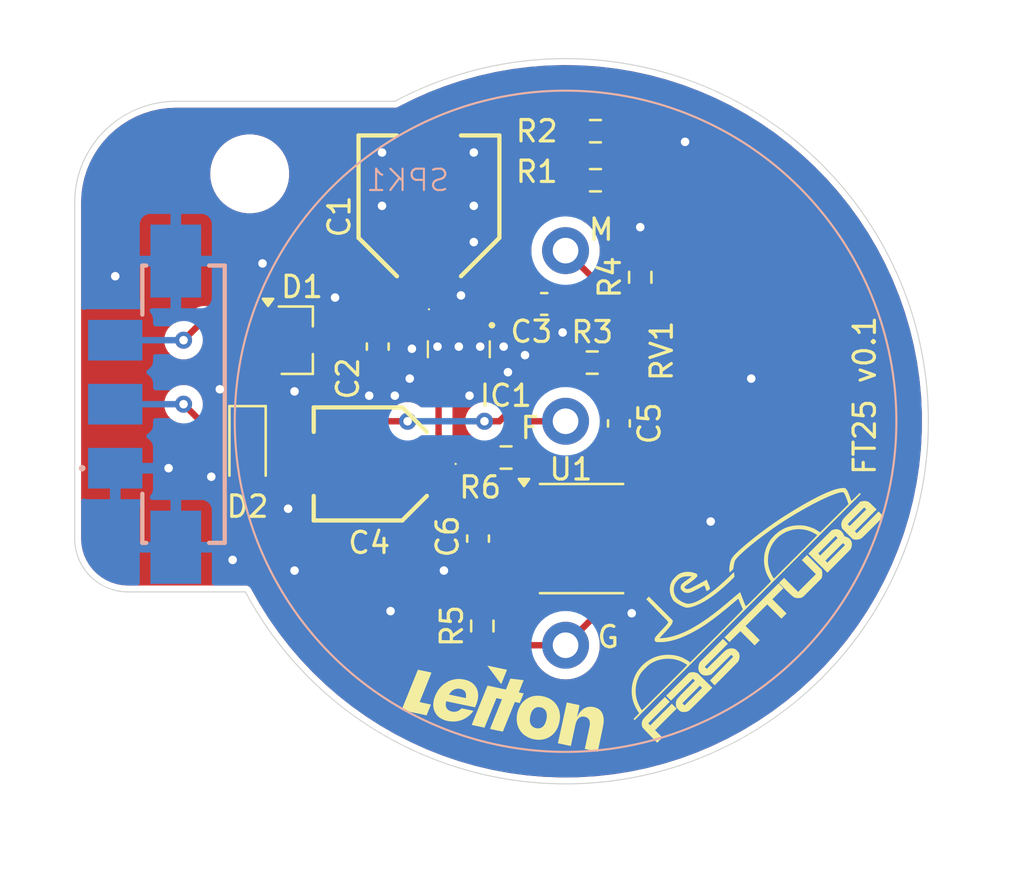
<source format=kicad_pcb>
(kicad_pcb
	(version 20240108)
	(generator "pcbnew")
	(generator_version "8.0")
	(general
		(thickness 1.6)
		(legacy_teardrops no)
	)
	(paper "A4")
	(layers
		(0 "F.Cu" signal)
		(31 "B.Cu" power)
		(32 "B.Adhes" user "B.Adhesive")
		(33 "F.Adhes" user "F.Adhesive")
		(34 "B.Paste" user)
		(35 "F.Paste" user)
		(37 "F.SilkS" user "F.Silkscreen")
		(38 "B.Mask" user)
		(39 "F.Mask" user)
		(40 "Dwgs.User" user "User.Drawings")
		(41 "Cmts.User" user "User.Comments")
		(42 "Eco1.User" user "User.Eco1")
		(43 "Eco2.User" user "User.Eco2")
		(44 "Edge.Cuts" user)
		(45 "Margin" user)
		(46 "B.CrtYd" user "B.Courtyard")
		(47 "F.CrtYd" user "F.Courtyard")
		(48 "B.Fab" user)
		(49 "F.Fab" user)
		(50 "User.1" user)
		(51 "User.2" user)
		(52 "User.3" user)
		(53 "User.4" user)
		(54 "User.5" user)
		(55 "User.6" user)
		(56 "User.7" user)
		(57 "User.8" user)
		(58 "User.9" user)
	)
	(setup
		(stackup
			(layer "F.SilkS"
				(type "Top Silk Screen")
			)
			(layer "F.Paste"
				(type "Top Solder Paste")
			)
			(layer "F.Mask"
				(type "Top Solder Mask")
				(thickness 0.01)
			)
			(layer "F.Cu"
				(type "copper")
				(thickness 0.035)
			)
			(layer "dielectric 1"
				(type "core")
				(thickness 1.51)
				(material "FR4")
				(epsilon_r 4.5)
				(loss_tangent 0.02)
			)
			(layer "B.Cu"
				(type "copper")
				(thickness 0.035)
			)
			(layer "B.Mask"
				(type "Bottom Solder Mask")
				(thickness 0.01)
			)
			(layer "B.Paste"
				(type "Bottom Solder Paste")
			)
			(layer "dielectric 2"
				(type "Bottom Silk Screen")
				(thickness 0)
				(material "FR4")
				(epsilon_r 4.5)
				(loss_tangent 0.02)
			)
			(copper_finish "None")
			(dielectric_constraints no)
		)
		(pad_to_mask_clearance 0)
		(allow_soldermask_bridges_in_footprints no)
		(pcbplotparams
			(layerselection 0x00010fc_ffffffff)
			(plot_on_all_layers_selection 0x0000000_00000000)
			(disableapertmacros no)
			(usegerberextensions no)
			(usegerberattributes yes)
			(usegerberadvancedattributes yes)
			(creategerberjobfile yes)
			(dashed_line_dash_ratio 12.000000)
			(dashed_line_gap_ratio 3.000000)
			(svgprecision 4)
			(plotframeref no)
			(viasonmask no)
			(mode 1)
			(useauxorigin no)
			(hpglpennumber 1)
			(hpglpenspeed 20)
			(hpglpendiameter 15.000000)
			(pdf_front_fp_property_popups yes)
			(pdf_back_fp_property_popups yes)
			(dxfpolygonmode yes)
			(dxfimperialunits yes)
			(dxfusepcbnewfont yes)
			(psnegative no)
			(psa4output no)
			(plotreference yes)
			(plotvalue yes)
			(plotfptext yes)
			(plotinvisibletext no)
			(sketchpadsonfab no)
			(subtractmaskfromsilk no)
			(outputformat 1)
			(mirror no)
			(drillshape 1)
			(scaleselection 1)
			(outputdirectory "")
		)
	)
	(net 0 "")
	(net 1 "VDD")
	(net 2 "GND")
	(net 3 "Net-(U1-FEED)")
	(net 4 "Net-(SPK1-M)")
	(net 5 "+24V")
	(net 6 "Net-(U1-HRNEN)")
	(net 7 "Net-(IC1-EN{slash}ADJ)")
	(net 8 "/SIG")
	(net 9 "Net-(SPK1-G)")
	(net 10 "Net-(SPK1-F)")
	(net 11 "Net-(D1-A)")
	(net 12 "unconnected-(U1-NC-Pad1)")
	(net 13 "unconnected-(U1-NC-Pad3)")
	(net 14 "Net-(R1-Pad2)")
	(footprint "Capacitor_SMD:C_0603_1608Metric_Pad1.08x0.95mm_HandSolder" (layer "F.Cu") (at 141.2 96.5 -90))
	(footprint "Capacitor_SMD:C_0603_1608Metric_Pad1.08x0.95mm_HandSolder" (layer "F.Cu") (at 145.9 105.5 90))
	(footprint "LOGO" (layer "F.Cu") (at 157.785054 107.960449 45))
	(footprint "Resistor_SMD:R_0603_1608Metric_Pad0.98x0.95mm_HandSolder" (layer "F.Cu") (at 146.1 109.6 90))
	(footprint "soundbox:06TR4FA104DPR" (layer "F.Cu") (at 159 95.5))
	(footprint "Capacitor_SMD:C_0603_1608Metric_Pad1.08x0.95mm_HandSolder" (layer "F.Cu") (at 149 94.5 180))
	(footprint "Resistor_SMD:R_0603_1608Metric_Pad0.98x0.95mm_HandSolder" (layer "F.Cu") (at 153.5 93.25 90))
	(footprint "soundbox:PG-SCT595-5" (layer "F.Cu") (at 145 96.5 180))
	(footprint "soundbox:EEE0GA101SR" (layer "F.Cu") (at 140.85 102 180))
	(footprint "Resistor_SMD:R_0603_1608Metric_Pad0.98x0.95mm_HandSolder" (layer "F.Cu") (at 147.2125 101.7))
	(footprint "Resistor_SMD:R_0603_1608Metric_Pad0.98x0.95mm_HandSolder" (layer "F.Cu") (at 151.4 88.7))
	(footprint "Package_TO_SOT_SMD:SOT-23_Handsoldering" (layer "F.Cu") (at 137.4 96.2))
	(footprint "soundbox:LeitOn_small_wo_sq" (layer "F.Cu") (at 147.2 113.1 -12))
	(footprint "Package_SO:SOIC-8_3.9x4.9mm_P1.27mm" (layer "F.Cu") (at 150.75 105.5))
	(footprint "soundbox:EEE1AA101SP" (layer "F.Cu") (at 143.6 89.9 90))
	(footprint "Resistor_SMD:R_0603_1608Metric_Pad0.98x0.95mm_HandSolder" (layer "F.Cu") (at 151.25 97.25))
	(footprint "Capacitor_SMD:C_0603_1608Metric_Pad1.08x0.95mm_HandSolder" (layer "F.Cu") (at 152.5 100.1 -90))
	(footprint "Diode_SMD:D_SOD-323_HandSoldering" (layer "F.Cu") (at 135.1 101.3 -90))
	(footprint "MountingHole:MountingHole_3.2mm_M3_DIN965" (layer "F.Cu") (at 135.2 88.4))
	(footprint "Resistor_SMD:R_0603_1608Metric_Pad0.98x0.95mm_HandSolder" (layer "F.Cu") (at 151.4 86.4))
	(footprint "soundbox:TE Micro-Mate-N-Lok 1x03" (layer "B.Cu") (at 132.1 99.2 -90))
	(footprint "soundbox:CPT-3016-105T" (layer "B.Cu") (at 150 100 180))
	(gr_arc
		(start 127 89.75)
		(mid 128.391243 86.391243)
		(end 131.75 85)
		(stroke
			(width 0.05)
			(type default)
		)
		(layer "Edge.Cuts")
		(uuid "0c9499f7-3257-4d1a-ab45-d3dea9659961")
	)
	(gr_line
		(start 131.75 85)
		(end 142 85)
		(stroke
			(width 0.05)
			(type default)
		)
		(layer "Edge.Cuts")
		(uuid "145b8ce2-1cdf-402f-8341-2813b341aab6")
	)
	(gr_line
		(start 127 89.75)
		(end 127 105.5)
		(stroke
			(width 0.05)
			(type default)
		)
		(layer "Edge.Cuts")
		(uuid "5702bfe5-fa35-42f9-b66d-dc1faf38af9f")
	)
	(gr_line
		(start 129.5 108)
		(end 135 108)
		(stroke
			(width 0.05)
			(type default)
		)
		(layer "Edge.Cuts")
		(uuid "7ce022d5-3481-46fd-850f-fa99ac5c91eb")
	)
	(gr_arc
		(start 142 85)
		(mid 166.263456 104.949746)
		(end 135.000001 108.000003)
		(stroke
			(width 0.05)
			(type default)
		)
		(layer "Edge.Cuts")
		(uuid "8a2c619c-8626-4af2-8c59-1422d0ba61b9")
	)
	(gr_arc
		(start 129.5 108)
		(mid 127.732233 107.267767)
		(end 127 105.5)
		(stroke
			(width 0.05)
			(type default)
		)
		(layer "Edge.Cuts")
		(uuid "e1634623-b024-4caa-9d4d-69a765686d49")
	)
	(gr_rect
		(start 127 83)
		(end 167 117)
		(stroke
			(width 0.01)
			(type default)
		)
		(fill none)
		(layer "User.1")
		(uuid "39b0a146-c4d4-4256-ae48-acf0ec4d99bd")
	)
	(gr_text "FT25 v0.1"
		(at 164.6 102.6 90)
		(layer "F.SilkS")
		(uuid "0568cae2-bee3-4247-bec4-4aec8861298f")
		(effects
			(font
				(size 1 1)
				(thickness 0.15)
			)
			(justify left bottom)
		)
	)
	(segment
		(start 144.05 100.6)
		(end 144.05 101.8)
		(width 0.3)
		(layer "F.Cu")
		(net 1)
		(uuid "0200de1e-f1d3-475e-904f-1ae67260540b")
	)
	(segment
		(start 144.05 103.45)
		(end 144.05 102.35)
		(width 0.3)
		(layer "F.Cu")
		(net 1)
		(uuid "0bc4b59f-3030-465f-99e6-8a96f1d37eff")
	)
	(segment
		(start 148.275 104.865)
		(end 146.1275 104.865)
		(width 0.3)
		(layer "F.Cu")
		(net 1)
		(uuid "4fcf3739-2429-46db-a6eb-520af12c0900")
	)
	(segment
		(start 144 97.75)
		(end 144.05 97.7)
		(width 0.3)
		(layer "F.Cu")
		(net 1)
		(uuid "b57598a9-8b18-4e03-89c1-05fa95734452")
	)
	(segment
		(start 144.05 97.7)
		(end 144.05 100.6)
		(width 0.3)
		(layer "F.Cu")
		(net 1)
		(uuid "b5e77050-d7d3-4d83-9482-2923ce921046")
	)
	(segment
		(start 142.85 101.8)
		(end 144.05 101.8)
		(width 0.3)
		(layer "F.Cu")
		(net 1)
		(uuid "b743f3e9-4660-4641-8a39-1aa2c34a7ec6")
	)
	(segment
		(start 144.05 102.35)
		(end 143.7 102)
		(width 0.3)
		(layer "F.Cu")
		(net 1)
		(uuid "c5bb5a80-74ea-46d0-bfec-228c952e0dc7")
	)
	(segment
		(start 145.9 104.6375)
		(end 145.2375 104.6375)
		(width 0.3)
		(layer "F.Cu")
		(net 1)
		(uuid "cd55c0ae-b94b-4f6e-88d8-0819b3376a66")
	)
	(segment
		(start 145.2375 104.6375)
		(end 144.05 103.45)
		(width 0.3)
		(layer "F.Cu")
		(net 1)
		(uuid "ea5494ea-c94c-4637-880a-57b8847c4db0")
	)
	(segment
		(start 146.1275 104.865)
		(end 145.9 104.6375)
		(width 0.3)
		(layer "F.Cu")
		(net 1)
		(uuid "f2ef52aa-2e6f-4866-8b2f-5ded5050ff85")
	)
	(segment
		(start 149.8625 95.8375)
		(end 149.8625 94.5)
		(width 0.3)
		(layer "F.Cu")
		(net 2)
		(uuid "71920597-7374-42a3-8e56-7b58da0dcf27")
	)
	(segment
		(start 144.9375 106.3625)
		(end 145.9 106.3625)
		(width 0.3)
		(layer "F.Cu")
		(net 2)
		(uuid "94618711-fb25-45c9-ba6d-6bf0757c171e")
	)
	(segment
		(start 144.3 107)
		(end 144.9375 106.3625)
		(width 0.3)
		(layer "F.Cu")
		(net 2)
		(uuid "de745790-ac23-4005-8032-b29fb642955f")
	)
	(via
		(at 155.6 86.9)
		(size 0.8)
		(drill 0.4)
		(layers "F.Cu" "B.Cu")
		(free yes)
		(net 2)
		(uuid "06a1a750-8536-4cf8-9192-35bc867304a9")
	)
	(via
		(at 145.7 91.6)
		(size 0.8)
		(drill 0.4)
		(layers "F.Cu" "B.Cu")
		(free yes)
		(net 2)
		(uuid "0db306fa-f0a3-4a00-87b1-7ed6fd918b81")
	)
	(via
		(at 140.8 98.8)
		(size 0.8)
		(drill 0.4)
		(layers "F.Cu" "B.Cu")
		(free yes)
		(net 2)
		(uuid "11677aed-5d35-4c15-8c41-230ac25975ee")
	)
	(via
		(at 142 98.8)
		(size 0.8)
		(drill 0.4)
		(layers "F.Cu" "B.Cu")
		(free yes)
		(net 2)
		(uuid "1634c358-6587-4d9e-a4c2-90a5ab1faafd")
	)
	(via
		(at 147.3 97.7)
		(size 0.8)
		(drill 0.4)
		(layers "F.Cu" "B.Cu")
		(free yes)
		(net 2)
		(uuid "1a418d52-d221-44b1-ad1d-91e97992ecb3")
	)
	(via
		(at 135.8 92.6)
		(size 0.8)
		(drill 0.4)
		(layers "F.Cu" "B.Cu")
		(free yes)
		(net 2)
		(uuid "1ae7c5ac-d660-4ab3-b3fa-65cf1c02d49f")
	)
	(via
		(at 141.4 87.4)
		(size 0.8)
		(drill 0.4)
		(layers "F.Cu" "B.Cu")
		(free yes)
		(net 2)
		(uuid "242c131a-7b58-4e7b-a56b-1eff90940cb4")
	)
	(via
		(at 142.7 98)
		(size 0.8)
		(drill 0.4)
		(layers "F.Cu" "B.Cu")
		(free yes)
		(net 2)
		(uuid "25345f8f-538d-46a3-b8d8-5a868b8a4bca")
	)
	(via
		(at 144.3 107)
		(size 0.8)
		(drill 0.4)
		(layers "F.Cu" "B.Cu")
		(net 2)
		(uuid "2a82b6e4-3e60-41fd-bd5d-f6a27f31de3c")
	)
	(via
		(at 134.4 106.5)
		(size 0.8)
		(drill 0.4)
		(layers "F.Cu" "B.Cu")
		(free yes)
		(net 2)
		(uuid "40f43ec0-ad56-49ad-9da1-70b7a7e2a5b3")
	)
	(via
		(at 153.5 90.9)
		(size 0.8)
		(drill 0.4)
		(layers "F.Cu" "B.Cu")
		(free yes)
		(net 2)
		(uuid "59e64dbd-0451-436f-844e-4c0d273598ba")
	)
	(via
		(at 148.1 96.9)
		(size 0.8)
		(drill 0.4)
		(layers "F.Cu" "B.Cu")
		(free yes)
		(net 2)
		(uuid "69cbc453-a834-432c-a06f-6af5e0115401")
	)
	(via
		(at 145 96.5)
		(size 0.8)
		(drill 0.4)
		(layers "F.Cu" "B.Cu")
		(free yes)
		(net 2)
		(uuid "6a66460c-c4ed-4cbb-ad75-8721cfb01e79")
	)
	(via
		(at 153.1 109)
		(size 0.8)
		(drill 0.4)
		(layers "F.Cu" "B.Cu")
		(free yes)
		(net 2)
		(uuid "7fa75b93-3a54-4ab9-823b-8664220d8fc0")
	)
	(via
		(at 137 104.1)
		(size 0.8)
		(drill 0.4)
		(layers "F.Cu" "B.Cu")
		(free yes)
		(net 2)
		(uuid "83ee66e4-35b7-421f-bd51-e9232ebc2f9c")
	)
	(via
		(at 145.7 87.4)
		(size 0.8)
		(drill 0.4)
		(layers "F.Cu" "B.Cu")
		(free yes)
		(net 2)
		(uuid "87ee8f62-5586-4ec4-bf64-4d8e7f4f3c00")
	)
	(via
		(at 142.8 96.6)
		(size 0.8)
		(drill 0.4)
		(layers "F.Cu" "B.Cu")
		(free yes)
		(net 2)
		(uuid "88f446c1-03c1-4aaf-8c6d-a532e3fea711")
	)
	(via
		(at 133.4 102.6)
		(size 0.8)
		(drill 0.4)
		(layers "F.Cu" "B.Cu")
		(free yes)
		(net 2)
		(uuid "92246a78-6004-4e5e-8693-ea3615729c12")
	)
	(via
		(at 131.4 102.2)
		(size 0.8)
		(drill 0.4)
		(layers "F.Cu" "B.Cu")
		(free yes)
		(net 2)
		(uuid "94bb3951-fb1a-46ff-acb9-ecec1cf0b654")
	)
	(via
		(at 139.2 94.2)
		(size 0.8)
		(drill 0.4)
		(layers "F.Cu" "B.Cu")
		(free yes)
		(net 2)
		(uuid "992c7461-a546-414a-83a3-be9358a4ffe2")
	)
	(via
		(at 145.7 89.9)
		(size 0.8)
		(drill 0.4)
		(layers "F.Cu" "B.Cu")
		(free yes)
		(net 2)
		(uuid "afb24003-5dc5-4adf-9efe-5e0f83e92297")
	)
	(via
		(at 145.1 94.1)
		(size 0.8)
		(drill 0.4)
		(layers "F.Cu" "B.Cu")
		(free yes)
		(net 2)
		(uuid "b57f5c0c-c97f-4e02-83ff-2ef698d42b64")
	)
	(via
		(at 145.5 98.8)
		(size 0.8)
		(drill 0.4)
		(layers "F.Cu" "B.Cu")
		(free yes)
		(net 2)
		(uuid "b5ab2b73-4634-4e0e-855d-42a626e2a677")
	)
	(via
		(at 158.7 98)
		(size 0.8)
		(drill 0.4)
		(layers "F.Cu" "B.Cu")
		(free yes)
		(net 2)
		(uuid "b76a2fc2-0f04-4ac7-8040-3c68efea3aaa")
	)
	(via
		(at 137.3 107)
		(size 0.8)
		(drill 0.4)
		(layers "F.Cu" "B.Cu")
		(free yes)
		(net 2)
		(uuid "b84a5bb6-38b6-489a-88d5-f98f5bcf4f0a")
	)
	(via
		(at 128.9 93.2)
		(size 0.8)
		(drill 0.4)
		(layers "F.Cu" "B.Cu")
		(free yes)
		(net 2)
		(uuid "c6f53ace-18f2-4464-867c-521c9da61925")
	)
	(via
		(at 141.4 89.9)
		(size 0.8)
		(drill 0.4)
		(layers "F.Cu" "B.Cu")
		(free yes)
		(net 2)
		(uuid "ce35d305-acce-470c-a782-1e723ff90853")
	)
	(via
		(at 146 96.5)
		(size 0.8)
		(drill 0.4)
		(layers "F.Cu" "B.Cu")
		(free yes)
		(net 2)
		(uuid "ce89bd32-5eb5-4729-8660-e03d2d9f2e18")
	)
	(via
		(at 147.1 96.5)
		(size 0.8)
		(drill 0.4)
		(layers "F.Cu" "B.Cu")
		(free yes)
		(net 2)
		(uuid "d6efebd2-3405-41b1-bc0d-84897ffc75fb")
	)
	(via
		(at 149.8625 95.8375)
		(size 0.8)
		(drill 0.4)
		(layers "F.Cu" "B.Cu")
		(free yes)
		(net 2)
		(uuid "d8f12fb1-bcf4-4713-a92c-8cd19cfe334a")
	)
	(via
		(at 156.8 104.7)
		(size 0.8)
		(drill 0.4)
		(layers "F.Cu" "B.Cu")
		(free yes)
		(net 2)
		(uuid "db890ffb-38c3-4b56-bb01-106cd42901c5")
	)
	(via
		(at 144 96.5)
		(size 0.8)
		(drill 0.4)
		(layers "F.Cu" "B.Cu")
		(free yes)
		(net 2)
		(uuid "dcf1182a-9346-40f1-9a54-d1175b80aebf")
	)
	(via
		(at 141.8 108.9)
		(size 0.8)
		(drill 0.4)
		(layers "F.Cu" "B.Cu")
		(free yes)
		(net 2)
		(uuid "dee0939a-5e0d-4315-a470-5bde3c7fcd15")
	)
	(via
		(at 133.8 98.5)
		(size 0.8)
		(drill 0.4)
		(layers "F.Cu" "B.Cu")
		(free yes)
		(net 2)
		(uuid "e8553ab2-d140-422f-8e37-c9cd37b98698")
	)
	(via
		(at 137.3 98.6)
		(size 0.8)
		(drill 0.4)
		(layers "F.Cu" "B.Cu")
		(free yes)
		(net 2)
		(uuid "ecf13844-64d3-4d09-826f-01f2a3714814")
	)
	(segment
		(start 149.9 106.9)
		(end 149.395 107.405)
		(width 0.3)
		(layer "F.Cu")
		(net 3)
		(uuid "072347fb-8a85-4b8b-9cdd-570becb73639")
	)
	(segment
		(start 149.7 103)
		(end 150.1 103)
		(width 0.3)
		(layer "F.Cu")
		(net 3)
		(uuid "11e8214e-b373-43c8-ae68-38b5e3213818")
	)
	(segment
		(start 152.1375 100.9625)
		(end 152.5 100.9625)
		(width 0.3)
		(layer "F.Cu")
		(net 3)
		(uuid "25f2b0a8-c502-408e-8164-4ce47b492466")
	)
	(segment
		(start 149.9 103.2)
		(end 150.1 103)
		(width 0.3)
		(layer "F.Cu")
		(net 3)
		(uuid "30c377f0-684f-4468-bc59-12db9983da53")
	)
	(segment
		(start 148.125 101.7)
		(end 148.4 101.7)
		(width 0.3)
		(layer "F.Cu")
		(net 3)
		(uuid "68a5e2c6-7d6d-4572-b044-716560f93b78")
	)
	(segment
		(start 149.395 107.405)
		(end 148.275 107.405)
		(width 0.3)
		(layer "F.Cu")
		(net 3)
		(uuid "743d24b5-976d-4645-9863-8a0ee42aafcc")
	)
	(segment
		(start 149.7 103)
		(end 149.9 103.2)
		(width 0.3)
		(layer "F.Cu")
		(net 3)
		(uuid "78005be2-efb6-4035-8dcc-eb81a73eb354")
	)
	(segment
		(start 150.1 103)
		(end 152.1375 100.9625)
		(width 0.3)
		(layer "F.Cu")
		(net 3)
		(uuid "8781c6ea-0942-46f3-9027-bf40e47d732e")
	)
	(segment
		(start 148.4 101.7)
		(end 149.7 103)
		(width 0.3)
		(layer "F.Cu")
		(net 3)
		(uuid "b404ab0a-8eff-45cf-aa85-93b0c45359af")
	)
	(segment
		(start 148.275 107.405)
		(end 146.695 107.405)
		(width 0.3)
		(layer "F.Cu")
		(net 3)
		(uuid "b7f262e9-2b47-4bf3-b8ee-027a7b5af4f2")
	)
	(segment
		(start 146.1 108)
		(end 146.1 108.6875)
		(width 0.3)
		(layer "F.Cu")
		(net 3)
		(uuid "c9351f02-0ad6-4a13-8880-e8a5264c1232")
	)
	(segment
		(start 149.9 103.2)
		(end 149.9 106.9)
		(width 0.3)
		(layer "F.Cu")
		(net 3)
		(uuid "cb404238-cfe4-4c89-80e5-10dbaa60b65d")
	)
	(segment
		(start 146.695 107.405)
		(end 146.1 108)
		(width 0.3)
		(layer "F.Cu")
		(net 3)
		(uuid "dfaba7fd-470f-4ac3-a265-6437310b768d")
	)
	(segment
		(start 152.4375 99.2375)
		(end 151.25 98.05)
		(width 0.3)
		(layer "F.Cu")
		(net 4)
		(uuid "16673ef8-2781-4e29-9ce0-ce8e17a8506f")
	)
	(segment
		(start 151.8 103.2)
		(end 153.4 101.6)
		(width 0.3)
		(layer "F.Cu")
		(net 4)
		(uuid "3da75233-b6b6-4c1f-b236-e40923ca1e21")
	)
	(segment
		(start 151.25 93.25)
		(end 150 92)
		(width 0.3)
		(layer "F.Cu")
		(net 4)
		(uuid "65a1f3a9-a9a4-4ebb-ac3b-643abefa83e6")
	)
	(segment
		(start 153.225 104.865)
		(end 152.365 104.865)
		(width 0.3)
		(layer "F.Cu")
		(net 4)
		(uuid "70d18280-a1a2-4a91-932e-2683647e553b")
	)
	(segment
		(start 151.8 104.3)
		(end 151.8 103.2)
		(width 0.3)
		(layer "F.Cu")
		(net 4)
		(uuid "93c204e2-e82a-439a-8e55-cfd5c3a86dd5")
	)
	(segment
		(start 153.4 100.1375)
		(end 152.5 99.2375)
		(width 0.3)
		(layer "F.Cu")
		(net 4)
		(uuid "9d75660a-4465-4fd8-b749-fa8c264b29dc")
	)
	(segment
		(start 152.5 99.2375)
		(end 152.4375 99.2375)
		(width 0.3)
		(layer "F.Cu")
		(net 4)
		(uuid "a6446cac-3f7e-47c6-8ffe-f93642c45dd3")
	)
	(segment
		(start 153.4 101.6)
		(end 153.4 100.1375)
		(width 0.3)
		(layer "F.Cu")
		(net 4)
		(uuid "d29ca72d-fd75-4e63-a9ef-bb7bfd16a48c")
	)
	(segment
		(start 151.25 98.05)
		(end 151.25 93.25)
		(width 0.3)
		(layer "F.Cu")
		(net 4)
		(uuid "f5fbbc68-e833-4c48-80bb-defc46a5cc2a")
	)
	(segment
		(start 152.365 104.865)
		(end 151.8 104.3)
		(width 0.3)
		(layer "F.Cu")
		(net 4)
		(uuid "fda7703d-c832-413a-bf81-807f5eea4c8c")
	)
	(segment
		(start 147.7 92)
		(end 147.7 91)
		(width 0.3)
		(layer "F.Cu")
		(net 5)
		(uuid "1714de18-f19e-4a1d-9fcb-abbc4390ca85")
	)
	(segment
		(start 141.5875 95.25)
		(end 144 95.25)
		(width 0.3)
		(layer "F.Cu")
		(net 5)
		(uuid "3cdd5ae0-fe74-40b7-91eb-253b46d6524f")
	)
	(segment
		(start 143.6 94.4)
		(end 144.05 94.85)
		(width 0.3)
		(layer "F.Cu")
		(net 5)
		(uuid "5cfb3353-0791-41e6-bccb-971103ac1a26")
	)
	(segment
		(start 144.05 94.85)
		(end 144.05 95.3)
		(width 0.3)
		(layer "F.Cu")
		(net 5)
		(uuid "621ce208-3109-48a3-945d-31c8a7be375d")
	)
	(segment
		(start 140.1125 95.6375)
		(end 141.2 95.6375)
		(width 0.3)
		(layer "F.Cu")
		(net 5)
		(uuid "741a27be-6162-47b2-ad04-96fb7ac0b279")
	)
	(segment
		(start 144.3 93.1)
		(end 146.6 93.1)
		(width 0.3)
		(layer "F.Cu")
		(net 5)
		(uuid "7d813ea8-5ed9-49a4-98e1-c2993e25371a")
	)
	(segment
		(start 150 88.7)
		(end 150.4875 88.7)
		(width 0.3)
		(layer "F.Cu")
		(net 5)
		(uuid "91449544-3d85-43bf-892d-142f30243a74")
	)
	(segment
		(start 146.6 93.1)
		(end 147.7 92)
		(width 0.3)
		(layer "F.Cu")
		(net 5)
		(uuid "a21a02bd-2759-401c-b257-6fddf78b91b4")
	)
	(segment
		(start 147.7 91)
		(end 150 88.7)
		(width 0.3)
		(layer "F.Cu")
		(net 5)
		(uuid "b0d0a533-03d1-4d10-9c9d-275a057f1864")
	)
	(segment
		(start 138.9 96.2)
		(end 139.55 96.2)
		(width 0.3)
		(layer "F.Cu")
		(net 5)
		(uuid "bd107eda-4f5e-4951-931b-0b65bc3ea725")
	)
	(segment
		(start 143.6 92.4)
		(end 144.3 93.1)
		(width 0.3)
		(layer "F.Cu")
		(net 5)
		(uuid "bdbf9fa0-e6ce-431f-be19-940864357b67")
	)
	(segment
		(start 141.2 95.6375)
		(end 141.5875 95.25)
		(width 0.3)
		(layer "F.Cu")
		(net 5)
		(uuid "c70a6765-40cc-46c1-a2d9-b3050acd3216")
	)
	(segment
		(start 139.55 96.2)
		(end 140.1125 95.6375)
		(width 0.3)
		(layer "F.Cu")
		(net 5)
		(uuid "e1a2c8d8-ddc3-4812-a16f-2c720999d104")
	)
	(segment
		(start 143.6 92.4)
		(end 143.6 94.4)
		(width 0.3)
		(layer "F.Cu")
		(net 5)
		(uuid "e50a271d-fbd0-4824-a5eb-2812063731a2")
	)
	(segment
		(start 150.4875 86.4)
		(end 150.4875 88.7)
		(width 0.3)
		(layer "F.Cu")
		(net 5)
		(uuid "e74d25ae-28d4-40ff-aaa6-db74846f4d2c")
	)
	(segment
		(start 152.1625 97.25)
		(end 154 99.0875)
		(width 0.3)
		(layer "F.Cu")
		(net 6)
		(uuid "3373c322-f050-48d0-bec9-783b14de9a20")
	)
	(segment
		(start 152.1625 97.25)
		(end 152.25 97.25)
		(width 0.3)
		(layer "F.Cu")
		(net 6)
		(uuid "52311879-8ed6-466b-bba9-44d036750aed")
	)
	(segment
		(start 154 102.82)
		(end 153.225 103.595)
		(width 0.3)
		(layer "F.Cu")
		(net 6)
		(uuid "5c9a70c6-3c37-4136-aee2-631c370f708c")
	)
	(segment
		(start 154 99.0875)
		(end 154 102.82)
		(width 0.3)
		(layer "F.Cu")
		(net 6)
		(uuid "e057f958-100b-4a61-bfb9-9d5cd19452f3")
	)
	(segment
		(start 153.5 96)
		(end 153.5 94.1625)
		(width 0.3)
		(layer "F.Cu")
		(net 6)
		(uuid "ef8cfd81-6cb9-4d71-b3bf-0610e509a439")
	)
	(segment
		(start 152.25 97.25)
		(end 153.5 96)
		(width 0.3)
		(layer "F.Cu")
		(net 6)
		(uuid "fa2f396c-09cf-4795-881a-85a4b4ae0039")
	)
	(segment
		(start 159 91.225)
		(end 157.525 89.75)
		(width 0.3)
		(layer "F.Cu")
		(net 7)
		(uuid "10e80ff1-24c9-4e99-a6ae-40c6b4da76d7")
	)
	(segment
		(start 145.95 95.3)
		(end 147.425 93.825)
		(width 0.3)
		(layer "F.Cu")
		(net 7)
		(uuid "69f64f3f-7002-47e9-8d79-e5b3fa90185e")
	)
	(segment
		(start 148.25 93)
		(end 147.425 93.825)
		(width 0.3)
		(layer "F.Cu")
		(net 7)
		(uuid "71a75b59-ac82-42df-ab4d-24534136247c")
	)
	(segment
		(start 149.75 89.75)
		(end 148.25 91.25)
		(width 0.3)
		(layer "F.Cu")
		(net 7)
		(uuid "7c187c0d-5463-49e4-b302-7e6b907a001c")
	)
	(segment
		(start 157.525 89.75)
		(end 149.75 89.75)
		(width 0.3)
		(layer "F.Cu")
		(net 7)
		(uuid "8caf3322-20bd-4792-87d4-2ac4b6e61f44")
	)
	(segment
		(start 148.1375 94.5)
		(end 148.1 94.5)
		(width 0.3)
		(layer "F.Cu")
		(net 7)
		(uuid "c7a1fbfd-de61-4daa-8cec-99339a910f45")
	)
	(segment
		(start 148.1 94.5)
		(end 147.425 93.825)
		(width 0.3)
		(layer "F.Cu")
		(net 7)
		(uuid "fb5c3ebe-ae4a-47c1-bc91-695929b1d538")
	)
	(segment
		(start 148.25 91.25)
		(end 148.25 93)
		(width 0.3)
		(layer "F.Cu")
		(net 7)
		(uuid "fd5ccc6b-1f50-4929-b1e8-f7fa3b79e0ff")
	)
	(segment
		(start 149.65 97.25)
		(end 150.3375 97.25)
		(width 0.3)
		(layer "F.Cu")
		(net 8)
		(uuid "49712491-cc98-417d-9fd7-6bea8419dd0f")
	)
	(segment
		(start 146.2 100)
		(end 146.9 100)
		(width 0.3)
		(layer "F.Cu")
		(net 8)
		(uuid "527f361a-886e-4d3e-b2f8-d2e7b77728ba")
	)
	(segment
		(start 132.9 100)
		(end 132.1 99.2)
		(width 0.3)
		(layer "F.Cu")
		(net 8)
		(uuid "5baef98e-5189-4eb0-8387-1bdec159583f")
	)
	(segment
		(start 142.6 100)
		(end 132.9 100)
		(width 0.3)
		(layer "F.Cu")
		(net 8)
		(uuid "c74e87f2-4beb-42a2-8bce-759a3bbe4814")
	)
	(segment
		(start 146.9 100)
		(end 149.65 97.25)
		(width 0.3)
		(layer "F.Cu")
		(net 8)
		(uuid "eab867c7-f470-4870-8085-66ac175dac89")
	)
	(via
		(at 146.2 100)
		(size 0.8)
		(drill 0.4)
		(layers "F.Cu" "B.Cu")
		(net 8)
		(uuid "3e77b714-44f3-4163-8c08-87f52830b850")
	)
	(via
		(at 142.6 100)
		(size 0.8)
		(drill 0.4)
		(layers "F.Cu" "B.Cu")
		(net 8)
		(uuid "5281ce56-3ddb-4cc6-af00-7d45d7765312")
	)
	(via
		(at 132.1 99.2)
		(size 0.8)
		(drill 0.4)
		(layers "F.Cu" "B.Cu")
		(net 8)
		(uuid "b37c375d-dd82-4e8f-af80-140a5bedd833")
	)
	(segment
		(start 132.1 99.2)
		(end 128.9 99.2)
		(width 0.3)
		(layer "B.Cu")
		(net 8)
		(uuid "550c766a-656c-4f02-959e-6002256314dc")
	)
	(segment
		(start 142.6 100)
		(end 146.2 100)
		(width 0.3)
		(layer "B.Cu")
		(net 8)
		(uuid "7f30ac41-d40b-4057-b41b-f5859121de8d")
	)
	(segment
		(start 146.1 110.5125)
		(end 146.1125 110.5)
		(width 0.3)
		(layer "F.Cu")
		(net 9)
		(uuid "0985b6fd-d180-4fc5-bce9-3d6204322516")
	)
	(segment
		(start 150 110.5)
		(end 151.3 109.2)
		(width 0.3)
		(layer "F.Cu")
		(net 9)
		(uuid "29833cd4-ae84-47c3-a086-4dfcd0ca3a64")
	)
	(segment
		(start 146.1125 110.5)
		(end 150 110.5)
		(width 0.3)
		(layer "F.Cu")
		(net 9)
		(uuid "924cc875-b40f-4c52-9192-86ac241c9175")
	)
	(segment
		(start 151.965 106.135)
		(end 153.225 106.135)
		(width 0.3)
		(layer "F.Cu")
		(net 9)
		(uuid "d32f4e74-f404-477c-91c6-11336f273e81")
	)
	(segment
		(start 151.3 109.2)
		(end 151.3 106.8)
		(width 0.3)
		(layer "F.Cu")
		(net 9)
		(uuid "e4c7c31e-d0bc-4d47-b7ae-acbdc347fd7a")
	)
	(segment
		(start 151.3 106.8)
		(end 151.965 106.135)
		(width 0.3)
		(layer "F.Cu")
		(net 9)
		(uuid "e78a7e10-98f9-4831-bed7-9f8aafb304a1")
	)
	(segment
		(start 148 100)
		(end 150 100)
		(width 0.3)
		(layer "F.Cu")
		(net 10)
		(uuid "3742acb2-820e-4999-be63-afbe5ee5925a")
	)
	(segment
		(start 146.3 101.7)
		(end 148 100)
		(width 0.3)
		(layer "F.Cu")
		(net 10)
		(uuid "85bef4ca-4201-41d1-8bbe-9a35f0aa61c3")
	)
	(segment
		(start 133.05 95.25)
		(end 132.1 96.2)
		(width 0.3)
		(layer "F.Cu")
		(net 11)
		(uuid "c05adb94-fcf2-46f2-9995-128d27f8e65d")
	)
	(segment
		(start 135.9 95.25)
		(end 133.05 95.25)
		(width 0.3)
		(layer "F.Cu")
		(net 11)
		(uuid "f2a95a8c-f339-4b8b-9434-a14fdffa8c9d")
	)
	(via
		(at 132.1 96.2)
		(size 0.8)
		(drill 0.4)
		(layers "F.Cu" "B.Cu")
		(net 11)
		(uuid "ec99fa40-5d9d-41a8-9fe6-5b497feb807a")
	)
	(segment
		(start 132.1 96.2)
		(end 128.9 96.2)
		(width 0.3)
		(layer "B.Cu")
		(net 11)
		(uuid "84b5106d-4355-40eb-8239-1ba06ac7f42a")
	)
	(segment
		(start 161.15 100.425)
		(end 161.15 89.95)
		(width 0.3)
		(layer "F.Cu")
		(net 14)
		(uuid "26979417-b786-4be8-984f-7d0738cdff24")
	)
	(segment
		(start 161.15 89.95)
		(end 159.9 88.7)
		(width 0.3)
		(layer "F.Cu")
		(net 14)
		(uuid "7718b055-c971-4cec-ab44-672e9f6976fc")
	)
	(segment
		(start 159.9 88.7)
		(end 152.3125 88.7)
		(width 0.3)
		(layer "F.Cu")
		(net 14)
		(uuid "8f63e3d9-dbb7-40be-853d-4d064e73fe36")
	)
	(segment
		(start 152.3125 86.4)
		(end 152.3125 88.7)
		(width 0.3)
		(layer "F.Cu")
		(net 14)
		(uuid "d1f80375-c994-4ac9-a326-cf0882761c94")
	)
	(zone
		(net 2)
		(net_name "GND")
		(layers "F&B.Cu")
		(uuid "f9e29ff1-ed6b-4444-a671-19fb7397cf29")
		(hatch edge 0.5)
		(connect_pads
			(clearance 0.5)
		)
		(min_thickness 0.25)
		(filled_areas_thickness no)
		(fill yes
			(thermal_gap 0.5)
			(thermal_bridge_width 0.5)
		)
		(polygon
			(pts
				(xy 123.5 80.25) (xy 171.5 80.25) (xy 171.5 122) (xy 123.5 122)
			)
		)
		(filled_polygon
			(layer "F.Cu")
			(pts
				(xy 150.738849 83.316924) (xy 150.744832 83.317191) (xy 151.548128 83.372487) (xy 151.554089 83.373043)
				(xy 152.353772 83.467285) (xy 152.359713 83.468132) (xy 153.153872 83.601098) (xy 153.159756 83.602231)
				(xy 153.946502 83.773602) (xy 153.952355 83.775027) (xy 154.729831 83.984396) (xy 154.735607 83.986103)
				(xy 155.502 84.232982) (xy 155.507668 84.23496) (xy 155.996378 84.419032) (xy 156.2612 84.518778)
				(xy 156.266784 84.521038) (xy 156.498304 84.621332) (xy 157.005625 84.841104) (xy 157.011068 84.843621)
				(xy 157.733508 85.199198) (xy 157.738804 85.201966) (xy 158.173492 85.442812) (xy 158.443116 85.592202)
				(xy 158.448313 85.595248) (xy 159.132857 86.019234) (xy 159.137896 86.022528) (xy 159.360299 86.175704)
				(xy 159.801005 86.479232) (xy 159.805881 86.482768) (xy 160.446027 86.971133) (xy 160.450726 86.974901)
				(xy 161.066433 87.493804) (xy 161.070943 87.497797) (xy 161.652357 88.038211) (xy 161.660699 88.045964)
				(xy 161.665001 88.050162) (xy 161.833895 88.223176) (xy 162.227448 88.62633) (xy 162.23155 88.630741)
				(xy 162.55509 88.9961) (xy 162.753549 89.220212) (xy 162.765352 89.23354) (xy 162.769235 89.238145)
				(xy 163.273141 89.866165) (xy 163.276795 89.870953) (xy 163.749595 90.522686) (xy 163.753013 90.527646)
				(xy 164.193628 91.201602) (xy 164.1968 91.206723) (xy 164.604133 91.901226) (xy 164.607054 91.906494)
				(xy 164.980205 92.620006) (xy 164.982866 92.62541) (xy 165.32092 93.356186) (xy 165.323315 93.361712)
				(xy 165.625484 94.108047) (xy 165.627608 94.113684) (xy 165.893172 94.873799) (xy 165.89502 94.879532)
				(xy 166.123357 95.651644) (xy 166.124925 95.65746) (xy 166.315503 96.439774) (xy 166.316786 96.445659)
				(xy 166.469145 97.236287) (xy 166.470141 97.242228) (xy 166.583927 98.039332) (xy 166.584633 98.045314)
				(xy 166.659575 98.84699) (xy 166.65999 98.852999) (xy 166.695912 99.657391) (xy 166.696034 99.663413)
				(xy 166.692851 100.468574) (xy 166.692681 100.474595) (xy 166.650402 101.278658) (xy 166.64994 101.284664)
				(xy 166.56866 102.085749) (xy 166.567906 102.091725) (xy 166.447824 102.88789) (xy 166.446781 102.893823)
				(xy 166.288178 103.683215) (xy 166.286849 103.689089) (xy 166.090097 104.469857) (xy 166.088484 104.475661)
				(xy 165.854039 105.245979) (xy 165.852145 105.251697) (xy 165.580588 106.009666) (xy 165.57842 106.015286)
				(xy 165.270355 106.759223) (xy 165.267916 106.76473) (xy 164.924097 107.49281) (xy 164.921393 107.498193)
				(xy 164.54262 108.208717) (xy 164.539658 108.213962) (xy 164.126832 108.90525) (xy 164.123619 108.910345)
				(xy 163.677702 109.580779) (xy 163.674245 109.585712) (xy 163.196303 110.233691) (xy 163.192611 110.23845)
				(xy 162.68376 110.862462) (xy 162.679841 110.867037) (xy 162.141301 111.465586) (xy 162.137165 111.469964)
				(xy 161.57018 112.041668) (xy 161.565836 112.045841) (xy 160.971741 112.589351) (xy 160.967199 112.593307)
				(xy 160.347442 113.107299) (xy 160.342713 113.111031) (xy 159.698708 113.594334) (xy 159.693804 113.597831)
				(xy 159.027098 114.049283) (xy 159.02203 114.052538) (xy 158.334199 114.471074) (xy 158.328979 114.47408)
				(xy 157.621601 114.858736) (xy 157.616241 114.861484) (xy 156.891046 115.211323) (xy 156.885558 115.213808)
				(xy 156.144202 115.528026) (xy 156.138601 115.530241) (xy 155.382878 115.808082) (xy 155.377176 115.810022)
				(xy 154.608872 116.05083) (xy 154.603082 116.052492) (xy 153.823957 116.255713) (xy 153.818093 116.257091)
				(xy 153.030035 116.422233) (xy 153.024112 116.423325) (xy 152.22896 116.550002) (xy 152.22299 116.550805)
				(xy 151.422623 116.63872) (xy 151.416621 116.639232) (xy 150.612933 116.688174) (xy 150.606914 116.688394)
				(xy 149.801785 116.698251) (xy 149.795762 116.698178) (xy 148.991125 116.668924) (xy 148.985112 116.668559)
				(xy 148.182843 116.600265) (xy 148.176856 116.599609) (xy 147.378824 116.492431) (xy 147.372875 116.491484)
				(xy 146.581019 116.345685) (xy 146.575135 116.344453) (xy 146.143372 116.243056) (xy 145.79127 116.160367)
				(xy 145.785442 116.158848) (xy 145.011444 115.936912) (xy 145.005696 115.935111) (xy 144.243406 115.675856)
				(xy 144.237752 115.673779) (xy 143.488938 115.377807) (xy 143.483391 115.375457) (xy 143.323003 115.30287)
				(xy 142.749838 115.043471) (xy 142.744413 115.040855) (xy 142.027866 114.673648) (xy 142.022573 114.670772)
				(xy 141.324672 114.269181) (xy 141.319526 114.266051) (xy 140.641954 113.831046) (xy 140.636966 113.827669)
				(xy 139.981354 113.360298) (xy 139.976535 113.356684) (xy 139.344345 112.857989) (xy 139.339708 112.854144)
				(xy 138.732514 112.325365) (xy 138.728069 112.3213) (xy 138.147246 111.763635) (xy 138.143025 111.75938)
				(xy 137.751736 111.34534) (xy 137.589979 111.174177) (xy 137.585949 111.1697) (xy 137.279098 110.811669)
				(xy 137.06197 110.558326) (xy 137.058188 110.553691) (xy 136.564485 109.917552) (xy 136.560935 109.912741)
				(xy 136.098728 109.253406) (xy 136.095399 109.248403) (xy 136.072611 109.212283) (xy 135.665753 108.567395)
				(xy 135.662691 108.56227) (xy 135.285135 107.893968) (xy 135.281699 107.886916) (xy 135.263805 107.855924)
				(xy 135.261778 107.852273) (xy 135.242752 107.816598) (xy 135.242751 107.816596) (xy 135.211356 107.786355)
				(xy 135.2097 107.784729) (xy 135.184086 107.759115) (xy 135.174615 107.750965) (xy 135.174194 107.750559)
				(xy 135.144992 107.736362) (xy 135.13721 107.73223) (xy 135.115993 107.71998) (xy 135.113441 107.718923)
				(xy 135.094862 107.71199) (xy 135.088585 107.708938) (xy 135.067441 107.705994) (xy 135.05246 107.702955)
				(xy 135.039562 107.6995) (xy 135.039561 107.6995) (xy 135.029397 107.6995) (xy 135.012294 107.698315)
				(xy 134.994306 107.69581) (xy 134.98429 107.697589) (xy 134.962604 107.6995) (xy 129.503751 107.6995)
				(xy 129.496264 107.699274) (xy 129.242364 107.683915) (xy 129.2275 107.68211) (xy 128.981001 107.636938)
				(xy 128.966461 107.633354) (xy 128.727211 107.5588) (xy 128.713211 107.553491) (xy 128.48468 107.450638)
				(xy 128.471421 107.443679) (xy 128.275312 107.325127) (xy 128.256958 107.314031) (xy 128.244637 107.305527)
				(xy 128.047363 107.150972) (xy 128.036155 107.141042) (xy 127.858957 106.963844) (xy 127.849027 106.952636)
				(xy 127.79554 106.884365) (xy 127.694468 106.755356) (xy 127.68597 106.743045) (xy 127.621143 106.635808)
				(xy 127.55632 106.528578) (xy 127.549361 106.515319) (xy 127.446508 106.286788) (xy 127.441199 106.272788)
				(xy 127.413839 106.184989) (xy 127.366644 106.033536) (xy 127.363061 106.018998) (xy 127.317889 105.772499)
				(xy 127.316084 105.757635) (xy 127.315543 105.748699) (xy 127.300726 105.503736) (xy 127.3005 105.496249)
				(xy 127.3005 102.849986) (xy 134.100001 102.849986) (xy 134.110494 102.952697) (xy 134.165641 103.119119)
				(xy 134.165643 103.119124) (xy 134.257684 103.268345) (xy 134.381654 103.392315) (xy 134.530875 103.484356)
				(xy 134.53088 103.484358) (xy 134.697302 103.539505) (xy 134.697309 103.539506) (xy 134.800019 103.549999)
				(xy 135.35 103.549999) (xy 135.399972 103.549999) (xy 135.399986 103.549998) (xy 135.502697 103.539505)
				(xy 135.669119 103.484358) (xy 135.669124 103.484356) (xy 135.818345 103.392315) (xy 135.942315 103.268345)
				(xy 136.034356 103.119124) (xy 136.034358 103.119119) (xy 136.089505 102.952697) (xy 136.089506 102.95269)
				(xy 136.099999 102.849986) (xy 136.1 102.849973) (xy 136.1 102.847844) (xy 136.8 102.847844) (xy 136.806401 102.907372)
				(xy 136.806403 102.907379) (xy 136.856645 103.042086) (xy 136.856649 103.042093) (xy 136.942809 103.157187)
				(xy 136.942812 103.15719) (xy 137.057906 103.24335) (xy 137.057913 103.243354) (xy 137.19262 103.293596)
				(xy 137.192627 103.293598) (xy 137.252155 103.299999) (xy 137.252172 103.3) (xy 138.45 103.3) (xy 138.95 103.3)
				(xy 140.147828 103.3) (xy 140.147844 103.299999) (xy 140.207372 103.293598) (xy 140.207379 103.293596)
				(xy 140.342086 103.243354) (xy 140.342093 103.24335) (xy 140.457187 103.15719) (xy 140.45719 103.157187)
				(xy 140.54335 103.042093) (xy 140.543354 103.042086) (xy 140.593596 102.907379) (xy 140.593598 102.907372)
				(xy 140.599999 102.847844) (xy 140.6 102.847827) (xy 140.6 102.25) (xy 138.95 102.25) (xy 138.95 103.3)
				(xy 138.45 103.3) (xy 138.45 102.25) (xy 136.8 102.25) (xy 136.8 102.847844) (xy 136.1 102.847844)
				(xy 136.1 102.8) (xy 135.35 102.8) (xy 135.35 103.549999) (xy 134.800019 103.549999) (xy 134.849999 103.549998)
				(xy 134.85 103.549998) (xy 134.85 102.8) (xy 134.100001 102.8) (xy 134.100001 102.849986) (xy 127.3005 102.849986)
				(xy 127.3005 102.250013) (xy 134.1 102.250013) (xy 134.1 102.3) (xy 134.85 102.3) (xy 135.35 102.3)
				(xy 136.099999 102.3) (xy 136.099999 102.250028) (xy 136.099998 102.250013) (xy 136.089505 102.147302)
				(xy 136.034358 101.98088) (xy 136.034356 101.980875) (xy 135.942315 101.831654) (xy 135.818345 101.707684)
				(xy 135.669124 101.615643) (xy 135.669119 101.615641) (xy 135.502697 101.560494) (xy 135.50269 101.560493)
				(xy 135.399986 101.55) (xy 135.35 101.55) (xy 135.35 102.3) (xy 134.85 102.3) (xy 134.85 101.55)
				(xy 134.849999 101.549999) (xy 134.800029 101.55) (xy 134.800011 101.550001) (xy 134.697302 101.560494)
				(xy 134.53088 101.615641) (xy 134.530875 101.615643) (xy 134.381654 101.707684) (xy 134.257684 101.831654)
				(xy 134.165643 101.980875) (xy 134.165641 101.98088) (xy 134.110494 102.147302) (xy 134.110493 102.147309)
				(xy 134.1 102.250013) (xy 127.3005 102.250013) (xy 127.3005 96.2) (xy 131.19454 96.2) (xy 131.214326 96.388256)
				(xy 131.214327 96.388259) (xy 131.272818 96.568277) (xy 131.272821 96.568284) (xy 131.367467 96.732216)
				(xy 131.443785 96.816975) (xy 131.494129 96.872888) (xy 131.647265 96.984148) (xy 131.64727 96.984151)
				(xy 131.820192 97.061142) (xy 131.820197 97.061144) (xy 132.005354 97.1005) (xy 132.005355 97.1005)
				(xy 132.194644 97.1005) (xy 132.194646 97.1005) (xy 132.379803 97.061144) (xy 132.55273 96.984151)
				(xy 132.705871 96.872888) (xy 132.832533 96.732216) (xy 132.927179 96.568284) (xy 132.985674 96.388256)
				(xy 132.999168 96.259855) (xy 133.025752 96.195242) (xy 133.034789 96.185155) (xy 133.283128 95.936816)
				(xy 133.34445 95.903334) (xy 133.370808 95.9005) (xy 134.558481 95.9005) (xy 134.62552 95.920185)
				(xy 134.646157 95.936814) (xy 134.714815 96.005472) (xy 134.850924 96.087753) (xy 134.861064 96.093883)
				(xy 134.908252 96.145411) (xy 134.92009 96.214271) (xy 134.892821 96.278599) (xy 134.861064 96.306117)
				(xy 134.714811 96.39453) (xy 134.59453 96.514811) (xy 134.506522 96.660393) (xy 134.455913 96.822807)
				(xy 134.4495 96.893386) (xy 134.4495 97.406613) (xy 134.455913 97.477192) (xy 134.506522 97.639606)
				(xy 134.59453 97.785188) (xy 134.714811 97.905469) (xy 134.714813 97.90547) (xy 134.714815 97.905472)
				(xy 134.860394 97.993478) (xy 135.022804 98.044086) (xy 135.093384 98.0505) (xy 135.093387 98.0505)
				(xy 136.706613 98.0505) (xy 136.706616 98.0505) (xy 136.777196 98.044086) (xy 136.939606 97.993478)
				(xy 137.085185 97.905472) (xy 137.205472 97.785185) (xy 137.249923 97.711654) (xy 140.225001 97.711654)
				(xy 140.235319 97.812652) (xy 140.289546 97.9763) (xy 140.289551 97.976311) (xy 140.380052 98.123034)
				(xy 140.380055 98.123038) (xy 140.501961 98.244944) (xy 140.501965 98.244947) (xy 140.648688 98.335448)
				(xy 140.648699 98.335453) (xy 140.812347 98.38968) (xy 140.913352 98.399999) (xy 140.95 98.399999)
				(xy 141.45 98.399999) (xy 141.48664 98.399999) (xy 141.486654 98.399998) (xy 141.587652 98.38968)
				(xy 141.7513 98.335453) (xy 141.751311 98.335448) (xy 141.898034 98.244947) (xy 141.898038 98.244944)
				(xy 142.019944 98.123038) (xy 142.019947 98.123034) (xy 142.110448 97.976311) (xy 142.110453 97.9763)
				(xy 142.16468 97.812652) (xy 142.174999 97.711654) (xy 142.175 97.711641) (xy 142.175 97.6125) (xy 141.45 97.6125)
				(xy 141.45 98.399999) (xy 140.95 98.399999) (xy 140.95 97.6125) (xy 140.225001 97.6125) (xy 140.225001 97.711654)
				(xy 137.249923 97.711654) (xy 137.293478 97.639606) (xy 137.344086 97.477196) (xy 137.3505 97.406616)
				(xy 137.3505 96.893384) (xy 137.349785 96.885519) (xy 137.363321 96.816975) (xy 137.411767 96.766629)
				(xy 137.479742 96.750467) (xy 137.545663 96.77362) (xy 137.579391 96.810146) (xy 137.594528 96.835185)
				(xy 137.59453 96.835188) (xy 137.714811 96.955469) (xy 137.714813 96.95547) (xy 137.714815 96.955472)
				(xy 137.860394 97.043478) (xy 138.022804 97.094086) (xy 138.093384 97.1005) (xy 138.093387 97.1005)
				(xy 139.706613 97.1005) (xy 139.706616 97.1005) (xy 139.777196 97.094086) (xy 139.939606 97.043478)
				(xy 140.036851 96.98469) (xy 140.104404 96.966855) (xy 140.170878 96.988372) (xy 140.215166 97.042413)
				(xy 140.225 97.090808) (xy 140.225 97.1125) (xy 142.174999 97.1125) (xy 142.174999 97.01336) (xy 142.174998 97.013345)
				(xy 142.16468 96.912347) (xy 142.110453 96.748699) (xy 142.110448 96.748688) (xy 142.019947 96.601965)
				(xy 142.019944 96.601961) (xy 142.006017 96.588034) (xy 141.972532 96.526711) (xy 141.977516 96.457019)
				(xy 142.006017 96.412672) (xy 142.02034 96.39835) (xy 142.110908 96.251516) (xy 142.165174 96.087753)
				(xy 142.169685 96.043597) (xy 142.172924 96.011897) (xy 142.199321 95.947205) (xy 142.256502 95.907054)
				(xy 142.296282 95.9005) (xy 143.441769 95.9005) (xy 143.508808 95.920185) (xy 143.51608 95.925233)
				(xy 143.607668 95.993795) (xy 143.607671 95.993797) (xy 143.638974 96.005472) (xy 143.742517 96.044091)
				(xy 143.802127 96.0505) (xy 144.297872 96.050499) (xy 144.357483 96.044091) (xy 144.394879 96.030142)
				(xy 144.464571 96.025158) (xy 144.481548 96.030142) (xy 144.517623 96.043597) (xy 144.517627 96.043598)
				(xy 144.577155 96.049999) (xy 144.577172 96.05) (xy 144.75 96.05) (xy 144.75 95.609167) (xy 144.750427 95.601188)
				(xy 144.750322 95.601183) (xy 144.750497 95.597898) (xy 144.7505 95.597873) (xy 144.750499 95.002128)
				(xy 144.750498 95.002127) (xy 144.750321 94.998805) (xy 144.750426 94.998799) (xy 144.75 94.990836)
				(xy 144.75 94.55) (xy 144.744357 94.544357) (xy 144.710872 94.483034) (xy 144.715856 94.413342)
				(xy 144.752221 94.364763) (xy 144.751275 94.363817) (xy 144.757542 94.357548) (xy 144.757546 94.357546)
				(xy 144.843796 94.242331) (xy 144.894091 94.107483) (xy 144.9005 94.047873) (xy 144.9005 93.8745)
				(xy 144.920185 93.807461) (xy 144.972989 93.761706) (xy 145.0245 93.7505) (xy 146.280192 93.7505)
				(xy 146.347231 93.770185) (xy 146.392986 93.822989) (xy 146.40293 93.892147) (xy 146.373905 93.955703)
				(xy 146.367873 93.962181) (xy 145.816871 94.513181) (xy 145.755548 94.546666) (xy 145.729194 94.5495)
				(xy 145.702132 94.5495) (xy 145.702122 94.549501) (xy 145.642518 94.555908) (xy 145.605116 94.569858)
				(xy 145.535424 94.574841) (xy 145.518453 94.569857) (xy 145.482382 94.556403) (xy 145.482372 94.556401)
				(xy 145.422844 94.55) (xy 145.25 94.55) (xy 145.25 94.990826) (xy 145.249572 94.998798) (xy 145.249678 94.998804)
				(xy 145.2495 95.002128) (xy 145.2495 95.597863) (xy 145.249679 95.60118) (xy 145.249572 95.601185)
				(xy 145.25 95.609156) (xy 145.25 96.05) (xy 145.422828 96.05) (xy 145.422844 96.049999) (xy 145.482376 96.043598)
				(xy 145.518449 96.030143) (xy 145.588141 96.025157) (xy 145.605113 96.03014) (xy 145.634862 96.041236)
				(xy 145.642511 96.044089) (xy 145.642517 96.044091) (xy 145.702127 96.0505) (xy 146.197872 96.050499)
				(xy 146.257483 96.044091) (xy 146.392331 95.993796) (xy 146.507546 95.907546) (xy 146.593796 95.792331)
				(xy 146.644091 95.657483) (xy 146.650144 95.601183) (xy 146.650499 95.597886) (xy 146.650499 95.597882)
				(xy 146.6505 95.597873) (xy 146.650499 95.570808) (xy 146.670181 95.503771) (xy 146.686813 95.483131)
				(xy 147.035782 95.134162) (xy 147.097103 95.100679) (xy 147.166795 95.105663) (xy 147.222728 95.147535)
				(xy 147.228999 95.156748) (xy 147.254657 95.198346) (xy 147.25466 95.19835) (xy 147.37665 95.32034)
				(xy 147.523484 95.410908) (xy 147.687247 95.465174) (xy 147.788323 95.4755) (xy 148.486676 95.475499)
				(xy 148.486684 95.475498) (xy 148.486687 95.475498) (xy 148.54203 95.469844) (xy 148.587753 95.465174)
				(xy 148.751516 95.410908) (xy 148.89835 95.32034) (xy 148.912671 95.306018) (xy 148.973989 95.272533)
				(xy 149.043681 95.277514) (xy 149.088034 95.306017) (xy 149.101961 95.319944) (xy 149.101965 95.319947)
				(xy 149.248688 95.410448) (xy 149.248699 95.410453) (xy 149.412347 95.46468) (xy 149.513351 95.474999)
				(xy 149.6125 95.474998) (xy 149.6125 94.374) (xy 149.632185 94.306961) (xy 149.684989 94.261206)
				(xy 149.7365 94.25) (xy 149.9885 94.25) (xy 150.055539 94.269685) (xy 150.101294 94.322489) (xy 150.1125 94.374)
				(xy 150.1125 95.474999) (xy 150.21164 95.474999) (xy 150.211654 95.474998) (xy 150.312652 95.46468)
				(xy 150.436496 95.423643) (xy 150.506324 95.421241) (xy 150.566366 95.456973) (xy 150.597559 95.519493)
				(xy 150.5995 95.541349) (xy 150.5995 96.1505) (xy 150.579815 96.217539) (xy 150.527011 96.263294)
				(xy 150.4755 96.2745) (xy 150.03833 96.2745) (xy 150.038312 96.274501) (xy 149.937247 96.284825)
				(xy 149.773484 96.339092) (xy 149.773481 96.339093) (xy 149.626651 96.429659) (xy 149.504657 96.551652)
				(xy 149.480589 96.590672) (xy 149.428641 96.637395) (xy 149.422507 96.640133) (xy 149.341873 96.673534)
				(xy 149.341871 96.673535) (xy 149.235331 96.744722) (xy 149.235324 96.744728) (xy 146.790123 99.189929)
				(xy 146.7288 99.223414) (xy 146.659108 99.21843) (xy 146.652015 99.21553) (xy 146.555552 99.172582)
				(xy 146.479806 99.138857) (xy 146.479802 99.138855) (xy 146.334001 99.107865) (xy 146.294646 99.0995)
				(xy 146.105354 99.0995) (xy 146.072897 99.106398) (xy 145.920197 99.138855) (xy 145.920192 99.138857)
				(xy 145.74727 99.215848) (xy 145.747265 99.215851) (xy 145.594129 99.327111) (xy 145.467466 99.467785)
				(xy 145.372821 99.631715) (xy 145.372818 99.631722) (xy 145.340166 99.732216) (xy 145.314326 99.811744)
				(xy 145.29454 100) (xy 145.314326 100.188256) (xy 145.314327 100.188259) (xy 145.372818 100.368277)
				(xy 145.372821 100.368284) (xy 145.467467 100.532216) (xy 145.573971 100.6505) (xy 145.594128 100.672887)
				(xy 145.596099 100.674319) (xy 145.596963 100.67544) (xy 145.598958 100.677236) (xy 145.598629 100.6776)
				(xy 145.638765 100.729648) (xy 145.644746 100.799261) (xy 145.612141 100.861057) (xy 145.594709 100.875043)
				(xy 145.594817 100.875179) (xy 145.589149 100.87966) (xy 145.467161 101.001648) (xy 145.376593 101.148481)
				(xy 145.376591 101.148486) (xy 145.37537 101.152172) (xy 145.322326 101.312247) (xy 145.322326 101.312248)
				(xy 145.322325 101.312248) (xy 145.312 101.413315) (xy 145.312 101.986669) (xy 145.312001 101.986687)
				(xy 145.322325 102.087752) (xy 145.376592 102.251515) (xy 145.376593 102.251518) (xy 145.394194 102.280054)
				(xy 145.46716 102.39835) (xy 145.58915 102.52034) (xy 145.735984 102.610908) (xy 145.899747 102.665174)
				(xy 146.000823 102.6755) (xy 146.599176 102.675499) (xy 146.599184 102.675498) (xy 146.599187 102.675498)
				(xy 146.65453 102.669844) (xy 146.700253 102.665174) (xy 146.864016 102.610908) (xy 147.01085 102.52034)
				(xy 147.124819 102.406371) (xy 147.186142 102.372886) (xy 147.255834 102.37787) (xy 147.300181 102.406371)
				(xy 147.41415 102.52034) (xy 147.486494 102.564962) (xy 147.533217 102.616909) (xy 147.54444 102.685872)
				(xy 147.516596 102.749954) (xy 147.458528 102.78881) (xy 147.421396 102.7945) (xy 147.384298 102.7945)
				(xy 147.347432 102.797401) (xy 147.347426 102.797402) (xy 147.189606 102.843254) (xy 147.189603 102.843255)
				(xy 147.048137 102.926917) (xy 147.048129 102.926923) (xy 146.931923 103.043129) (xy 146.931917 103.043137)
				(xy 146.848255 103.184603) (xy 146.848254 103.184606) (xy 146.802402 103.342426) (xy 146.802401 103.342432)
				(xy 146.7995 103.379298) (xy 146.7995 103.657583) (xy 146.779815 103.724622) (xy 146.727011 103.770377)
				(xy 146.657853 103.780321) (xy 146.605015 103.757611) (xy 146.604497 103.758452) (xy 146.598808 103.754943)
				(xy 146.598589 103.754849) (xy 146.598352 103.754662) (xy 146.59835 103.75466) (xy 146.482519 103.683215)
				(xy 146.451518 103.664093) (xy 146.451513 103.664091) (xy 146.431617 103.657498) (xy 146.287753 103.609826)
				(xy 146.287751 103.609825) (xy 146.186678 103.5995) (xy 145.61333 103.5995) (xy 145.613312 103.599501)
				(xy 145.512247 103.609825) (xy 145.348484 103.664092) (xy 145.348479 103.664095) (xy 145.33022 103.675357)
				(xy 145.262827 103.693796) (xy 145.196164 103.672872) (xy 145.177444 103.657498) (xy 144.79925 103.279304)
				(xy 144.765765 103.217981) (xy 144.770749 103.148289) (xy 144.787662 103.117315) (xy 144.843796 103.042331)
				(xy 144.894091 102.907483) (xy 144.9005 102.847873) (xy 144.900499 101.152128) (xy 144.894091 101.092517)
				(xy 144.878419 101.050499) (xy 144.843797 100.957671) (xy 144.843793 100.957664) (xy 144.757548 100.842457)
				(xy 144.757546 100.842454) (xy 144.757542 100.842451) (xy 144.75754 100.842449) (xy 144.750187 100.836944)
				(xy 144.708317 100.781009) (xy 144.7005 100.737679) (xy 144.7005 98.574) (xy 144.720185 98.506961)
				(xy 144.772989 98.461206) (xy 144.8245 98.45) (xy 145.25 98.45) (xy 145.75 98.45) (xy 146.197828 98.45)
				(xy 146.197844 98.449999) (xy 146.257372 98.443598) (xy 146.257379 98.443596) (xy 146.392086 98.393354)
				(xy 146.392093 98.39335) (xy 146.507187 98.30719) (xy 146.50719 98.307187) (xy 146.59335 98.192093)
				(xy 146.593354 98.192086) (xy 146.643596 98.057379) (xy 146.643598 98.057372) (xy 146.649999 97.997844)
				(xy 146.65 97.997827) (xy 146.65 97.95) (xy 145.75 97.95) (xy 145.75 98.45) (xy 145.25 98.45) (xy 145.25 97.45)
				(xy 145.75 97.45) (xy 146.65 97.45) (xy 146.65 97.402172) (xy 146.649999 97.402155) (xy 146.643598 97.342627)
				(xy 146.643596 97.34262) (xy 146.593354 97.207913) (xy 146.59335 97.207906) (xy 146.50719 97.092812)
				(xy 146.507187 97.092809) (xy 146.392093 97.006649) (xy 146.392086 97.006645) (xy 146.257379 96.956403)
				(xy 146.257372 96.956401) (xy 146.197844 96.95) (xy 145.75 96.95) (xy 145.75 97.45) (xy 145.25 97.45)
				(xy 145.25 96.95) (xy 144.802155 96.95) (xy 144.742627 96.956401) (xy 144.74262 96.956403) (xy 144.599601 97.009746)
				(xy 144.598924 97.007931) (xy 144.541674 97.020383) (xy 144.500967 97.008428) (xy 144.500641 97.009303)
				(xy 144.357486 96.95591) (xy 144.357485 96.955909) (xy 144.357483 96.955909) (xy 144.297873 96.9495)
				(xy 144.297863 96.9495) (xy 143.802129 96.9495) (xy 143.802123 96.949501) (xy 143.742516 96.955908)
				(xy 143.607671 97.006202) (xy 143.607664 97.006206) (xy 143.492455 97.092452) (xy 143.492452 97.092455)
				(xy 143.406206 97.207664) (xy 143.406202 97.207671) (xy 143.365033 97.318053) (xy 143.355909 97.342517)
				(xy 143.3495 97.402127) (xy 143.3495 97.402134) (xy 143.3495 97.402135) (xy 143.3495 97.99787) (xy 143.349501 97.997876)
				(xy 143.355908 98.057483) (xy 143.391682 98.153395) (xy 143.3995 98.196728) (xy 143.3995 99.224428)
				(xy 143.379815 99.291467) (xy 143.327011 99.337222) (xy 143.257853 99.347166) (xy 143.202615 99.324746)
				(xy 143.052734 99.215851) (xy 143.052729 99.215848) (xy 142.879807 99.138857) (xy 142.879802 99.138855)
				(xy 142.734001 99.107865) (xy 142.694646 99.0995) (xy 142.505354 99.0995) (xy 142.472897 99.106398)
				(xy 142.320197 99.138855) (xy 142.320192 99.138857) (xy 142.14727 99.215848) (xy 142.147265 99.215851)
				(xy 141.99591 99.325818) (xy 141.930104 99.349298) (xy 141.923025 99.3495) (xy 136.012231 99.3495)
				(xy 135.945192 99.329815) (xy 135.92455 99.313182) (xy 135.874126 99.262758) (xy 135.818656 99.207288)
				(xy 135.743995 99.161237) (xy 135.669336 99.115187) (xy 135.669331 99.115185) (xy 135.667862 99.114698)
				(xy 135.502797 99.060001) (xy 135.502795 99.06) (xy 135.40001 99.0495) (xy 134.799998 99.0495) (xy 134.79998 99.049501)
				(xy 134.697203 99.06) (xy 134.6972 99.060001) (xy 134.530668 99.115185) (xy 134.530663 99.115187)
				(xy 134.381345 99.207287) (xy 134.27545 99.313182) (xy 134.214127 99.346666) (xy 134.187769 99.3495)
				(xy 133.220808 99.3495) (xy 133.153769 99.329815) (xy 133.133127 99.313181) (xy 133.034808 99.214862)
				(xy 133.001323 99.153539) (xy 132.999168 99.140141) (xy 132.996545 99.115187) (xy 132.985674 99.011744)
				(xy 132.927179 98.831716) (xy 132.832533 98.667784) (xy 132.705871 98.527112) (xy 132.682734 98.510302)
				(xy 132.552734 98.415851) (xy 132.552729 98.415848) (xy 132.379807 98.338857) (xy 132.379802 98.338855)
				(xy 132.230811 98.307187) (xy 132.194646 98.2995) (xy 132.005354 98.2995) (xy 131.972897 98.306398)
				(xy 131.820197 98.338855) (xy 131.820192 98.338857) (xy 131.64727 98.415848) (xy 131.647265 98.415851)
				(xy 131.494129 98.527111) (xy 131.367466 98.667785) (xy 131.272821 98.831715) (xy 131.272818 98.831722)
				(xy 131.225631 98.976951) (xy 131.214326 99.011744) (xy 131.19454 99.2) (xy 131.214326 99.388256)
				(xy 131.214327 99.388259) (xy 131.272818 99.568277) (xy 131.272821 99.568284) (xy 131.367467 99.732216)
				(xy 131.439071 99.81174) (xy 131.494129 
... [54827 chars truncated]
</source>
